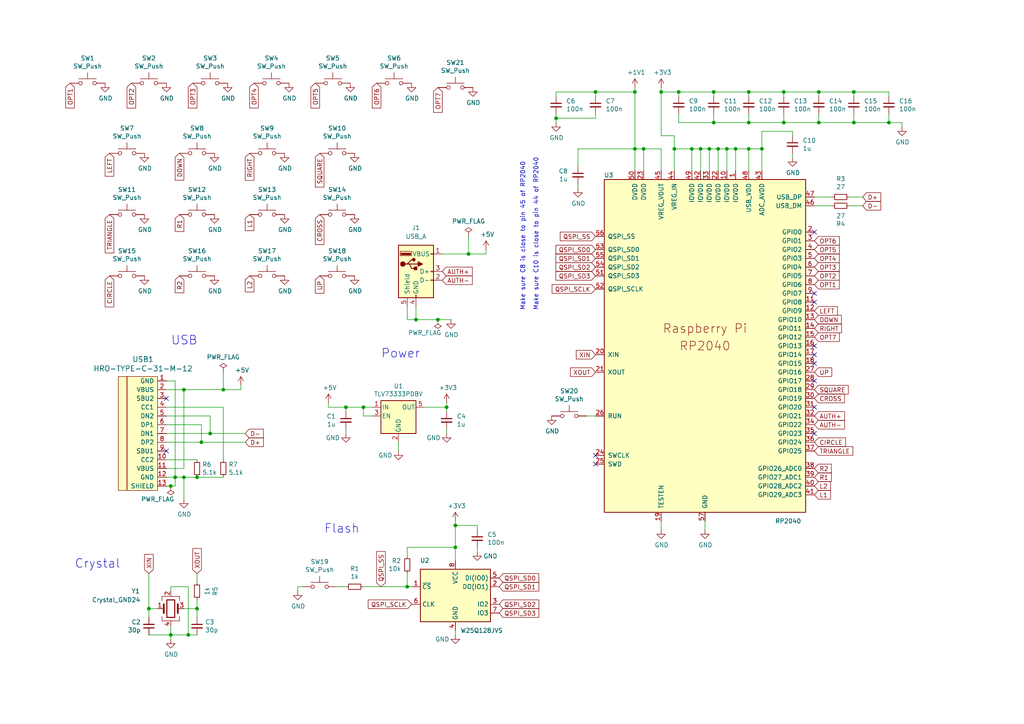
<source format=kicad_sch>
(kicad_sch (version 20231120) (generator "eeschema") (generator_version "8.0")
  (paper "A4")
  (lib_symbols
    (symbol "Connector:USB_A" (pin_names (offset 1.016))
      (property "Reference" "J" (at -5.08 11.43 0))
      (property "Value" "USB_A" (at -5.08 8.89 0))
      (symbol "USB_A_1_1"
        (pin power_in line (at 7.62 5.08 180) (length 2.54) (name "VBUS") (number "1"))
        (pin bidirectional line (at 7.62 -2.54 180) (length 2.54) (name "D-") (number "2"))
        (pin bidirectional line (at 7.62 0 180) (length 2.54) (name "D+") (number "3"))
        (pin power_in line (at 0 -10.16 90) (length 2.54) (name "GND") (number "4"))
        (pin passive line (at -2.54 -10.16 90) (length 2.54) (name "Shield") (number "5"))
      )
    )
    (symbol "Device:C_Small" (pin_numbers hide) (pin_names (offset 0.254) hide)
      (property "Reference" "C" (at 0.254 1.778 0))
      (property "Value" "C_Small" (at 0.254 -2.032 0))
      (symbol "C_Small_1_1"
        (pin passive line (at 0 2.54 270) (length 2.032) (name "~") (number "1"))
        (pin passive line (at 0 -2.54 90) (length 2.032) (name "~") (number "2"))
      )
    )
    (symbol "Device:Crystal_GND24" (pin_names (offset 1.016) hide)
      (property "Reference" "Y" (at 3.175 5.08 0))
      (property "Value" "Crystal_GND24" (at 3.175 3.175 0))
      (symbol "Crystal_GND24_1_1"
        (pin passive line (at -3.81 0 0) (length 1.27) (name "1") (number "1"))
        (pin passive line (at 0 5.08 270) (length 1.27) (name "2") (number "2"))
        (pin passive line (at 3.81 0 180) (length 1.27) (name "3") (number "3"))
        (pin passive line (at 0 -5.08 90) (length 1.27) (name "4") (number "4"))
      )
    )
    (symbol "Device:R_Small" (pin_numbers hide) (pin_names (offset 0.254) hide)
      (property "Reference" "R" (at 0.762 0.508 0))
      (property "Value" "R_Small" (at 0.762 -1.016 0))
      (symbol "R_Small_1_1"
        (pin passive line (at 0 2.54 270) (length 0.762) (name "~") (number "1"))
        (pin passive line (at 0 -2.54 90) (length 0.762) (name "~") (number "2"))
      )
    )
    (symbol "Flatbox-rev4-rescue:+1V1-power" (power) (pin_names (offset 0))
      (property "Value" "power_+1V1" (at 0 3.556 0))
      (symbol "+1V1-power_1_1"
        (pin power_in line (at 0 0 90) (length 0) hide (name "+1V1") (number "1"))
      )
    )
    (symbol "Flatbox-rev4-rescue:+3V3-power" (power) (pin_names (offset 0))
      (property "Value" "power_+3V3" (at 0 3.556 0))
      (symbol "+3V3-power_1_1"
        (pin power_in line (at 0 0 90) (length 0) hide (name "+3V3") (number "1"))
      )
    )
    (symbol "Flatbox-rev4-rescue:+5V-power" (power) (pin_names (offset 0))
      (property "Value" "power_+5V" (at 0 3.556 0))
      (symbol "+5V-power_1_1"
        (pin power_in line (at 0 0 90) (length 0) hide (name "+5V") (number "1"))
      )
    )
    (symbol "Flatbox-rev4-rescue:GND-power" (power) (pin_names (offset 0))
      (property "Value" "power_GND" (at 0 -3.81 0))
      (symbol "GND-power_1_1"
        (pin power_in line (at 0 0 270) (length 0) hide (name "GND") (number "1"))
      )
    )
    (symbol "Flatbox-rev4-rescue:PWR_FLAG-power" (power) (pin_numbers hide) (pin_names (offset 0) hide)
      (property "Value" "power_PWR_FLAG" (at 0 3.81 0))
      (symbol "PWR_FLAG-power_0_0"
        (pin power_out line (at 0 0 90) (length 0) (name "pwr") (number "1"))
      )
    )
    (symbol "Flatbox-rev4-rescue:W25Q128JVS-Memory_Flash"
      (property "Reference" "U" (at -8.89 8.89 0))
      (property "Value" "Memory_Flash_W25Q128JVS" (at 7.62 8.89 0))
      (symbol "W25Q128JVS-Memory_Flash_1_1"
        (pin input line (at -12.7 2.54 0) (length 2.54) (name "~{CS}") (number "1"))
        (pin bidirectional line (at 12.7 2.54 180) (length 2.54) (name "DO(IO1)") (number "2"))
        (pin bidirectional line (at 12.7 -2.54 180) (length 2.54) (name "IO2") (number "3"))
        (pin power_in line (at 0 -10.16 90) (length 2.54) (name "GND") (number "4"))
        (pin bidirectional line (at 12.7 5.08 180) (length 2.54) (name "DI(IO0)") (number "5"))
        (pin input line (at -12.7 -2.54 0) (length 2.54) (name "CLK") (number "6"))
        (pin bidirectional line (at 12.7 -5.08 180) (length 2.54) (name "IO3") (number "7"))
        (pin power_in line (at 0 10.16 270) (length 2.54) (name "VCC") (number "8"))
      )
    )
    (symbol "RP2040:RP2040" (pin_names (offset 1.016))
      (property "Reference" "U" (at -29.21 49.53 0))
      (property "Value" "RP2040" (at 24.13 -49.53 0))
      (symbol "RP2040_0_0"
        (text "Raspberry Pi" (at 0 5.08 0) (effects (font (size 2.54 2.54))))
        (text "RP2040" (at 0 0 0) (effects (font (size 2.54 2.54))))
      )
      (symbol "RP2040_1_1"
        (pin power_in line (at 8.89 50.8 270) (length 2.54) (name "IOVDD") (number "1"))
        (pin power_in line (at 6.35 50.8 270) (length 2.54) (name "IOVDD") (number "10"))
        (pin bidirectional line (at 31.75 12.7 180) (length 2.54) (name "GPIO8") (number "11"))
        (pin bidirectional line (at 31.75 10.16 180) (length 2.54) (name "GPIO9") (number "12"))
        (pin bidirectional line (at 31.75 7.62 180) (length 2.54) (name "GPIO10") (number "13"))
        (pin bidirectional line (at 31.75 5.08 180) (length 2.54) (name "GPIO11") (number "14"))
        (pin bidirectional line (at 31.75 2.54 180) (length 2.54) (name "GPIO12") (number "15"))
        (pin bidirectional line (at 31.75 0 180) (length 2.54) (name "GPIO13") (number "16"))
        (pin bidirectional line (at 31.75 -2.54 180) (length 2.54) (name "GPIO14") (number "17"))
        (pin bidirectional line (at 31.75 -5.08 180) (length 2.54) (name "GPIO15") (number "18"))
        (pin passive line (at -12.7 -50.8 90) (length 2.54) (name "TESTEN") (number "19"))
        (pin bidirectional line (at 31.75 33.02 180) (length 2.54) (name "GPIO0") (number "2"))
        (pin input line (at -31.75 -2.54 0) (length 2.54) (name "XIN") (number "20"))
        (pin passive line (at -31.75 -7.62 0) (length 2.54) (name "XOUT") (number "21"))
        (pin power_in line (at 3.81 50.8 270) (length 2.54) (name "IOVDD") (number "22"))
        (pin power_in line (at -17.78 50.8 270) (length 2.54) (name "DVDD") (number "23"))
        (pin output line (at -31.75 -31.75 0) (length 2.54) (name "SWCLK") (number "24"))
        (pin bidirectional line (at -31.75 -34.29 0) (length 2.54) (name "SWD") (number "25"))
        (pin input line (at -31.75 -20.32 0) (length 2.54) (name "RUN") (number "26"))
        (pin bidirectional line (at 31.75 -7.62 180) (length 2.54) (name "GPIO16") (number "27"))
        (pin bidirectional line (at 31.75 -10.16 180) (length 2.54) (name "GPIO17") (number "28"))
        (pin bidirectional line (at 31.75 -12.7 180) (length 2.54) (name "GPIO18") (number "29"))
        (pin bidirectional line (at 31.75 30.48 180) (length 2.54) (name "GPIO1") (number "3"))
        (pin bidirectional line (at 31.75 -15.24 180) (length 2.54) (name "GPIO19") (number "30"))
        (pin bidirectional line (at 31.75 -17.78 180) (length 2.54) (name "GPIO20") (number "31"))
        (pin bidirectional line (at 31.75 -20.32 180) (length 2.54) (name "GPIO21") (number "32"))
        (pin power_in line (at 1.27 50.8 270) (length 2.54) (name "IOVDD") (number "33"))
        (pin bidirectional line (at 31.75 -22.86 180) (length 2.54) (name "GPIO22") (number "34"))
        (pin bidirectional line (at 31.75 -25.4 180) (length 2.54) (name "GPIO23") (number "35"))
        (pin bidirectional line (at 31.75 -27.94 180) (length 2.54) (name "GPIO24") (number "36"))
        (pin bidirectional line (at 31.75 -30.48 180) (length 2.54) (name "GPIO25") (number "37"))
        (pin bidirectional line (at 31.75 -35.56 180) (length 2.54) (name "GPIO26_ADC0") (number "38"))
        (pin bidirectional line (at 31.75 -38.1 180) (length 2.54) (name "GPIO27_ADC1") (number "39"))
        (pin bidirectional line (at 31.75 27.94 180) (length 2.54) (name "GPIO2") (number "4"))
        (pin bidirectional line (at 31.75 -40.64 180) (length 2.54) (name "GPIO28_ADC2") (number "40"))
        (pin bidirectional line (at 31.75 -43.18 180) (length 2.54) (name "GPIO29_ADC3") (number "41"))
        (pin power_in line (at -1.27 50.8 270) (length 2.54) (name "IOVDD") (number "42"))
        (pin power_in line (at 16.51 50.8 270) (length 2.54) (name "ADC_AVDD") (number "43"))
        (pin power_in line (at -8.89 50.8 270) (length 2.54) (name "VREG_IN") (number "44"))
        (pin power_out line (at -12.7 50.8 270) (length 2.54) (name "VREG_VOUT") (number "45"))
        (pin bidirectional line (at 31.75 40.64 180) (length 2.54) (name "USB_DM") (number "46"))
        (pin bidirectional line (at 31.75 43.18 180) (length 2.54) (name "USB_DP") (number "47"))
        (pin power_in line (at 12.7 50.8 270) (length 2.54) (name "USB_VDD") (number "48"))
        (pin power_in line (at -3.81 50.8 270) (length 2.54) (name "IOVDD") (number "49"))
        (pin bidirectional line (at 31.75 25.4 180) (length 2.54) (name "GPIO3") (number "5"))
        (pin power_in line (at -20.32 50.8 270) (length 2.54) (name "DVDD") (number "50"))
        (pin bidirectional line (at -31.75 20.32 0) (length 2.54) (name "QSPI_SD3") (number "51"))
        (pin output line (at -31.75 16.51 0) (length 2.54) (name "QSPI_SCLK") (number "52"))
        (pin bidirectional line (at -31.75 27.94 0) (length 2.54) (name "QSPI_SD0") (number "53"))
        (pin bidirectional line (at -31.75 22.86 0) (length 2.54) (name "QSPI_SD2") (number "54"))
        (pin bidirectional line (at -31.75 25.4 0) (length 2.54) (name "QSPI_SD1") (number "55"))
        (pin bidirectional line (at -31.75 31.75 0) (length 2.54) (name "QSPI_SS") (number "56"))
        (pin power_in line (at 0 -50.8 90) (length 2.54) (name "GND") (number "57"))
        (pin bidirectional line (at 31.75 22.86 180) (length 2.54) (name "GPIO4") (number "6"))
        (pin bidirectional line (at 31.75 20.32 180) (length 2.54) (name "GPIO5") (number "7"))
        (pin bidirectional line (at 31.75 17.78 180) (length 2.54) (name "GPIO6") (number "8"))
        (pin bidirectional line (at 31.75 15.24 180) (length 2.54) (name "GPIO7") (number "9"))
      )
    )
    (symbol "Regulator_Linear:TLV73333PDBV" (pin_names (offset 0.254))
      (property "Reference" "U" (at -3.81 5.715 0))
      (property "Value" "TLV73333PDBV" (at 0 5.715 0))
      (symbol "TLV73333PDBV_1_1"
        (pin power_in line (at -7.62 2.54 0) (length 2.54) (name "IN") (number "1"))
        (pin power_in line (at 0 -7.62 90) (length 2.54) (name "GND") (number "2"))
        (pin input line (at -7.62 0 0) (length 2.54) (name "EN") (number "3"))
        (pin no_connect line (at 5.08 0 180) (length 2.54) hide (name "NC") (number "4"))
        (pin power_out line (at 7.62 2.54 180) (length 2.54) (name "OUT") (number "5"))
      )
    )
    (symbol "Switch:SW_Push" (pin_numbers hide) (pin_names (offset 1.016) hide)
      (property "Reference" "SW" (at 1.27 2.54 0))
      (property "Value" "SW_Push" (at 0 -1.524 0))
      (symbol "SW_Push_0_1"
        (pin passive line (at -5.08 0 0) (length 2.54) (name "1") (number "1"))
        (pin passive line (at 5.08 0 180) (length 2.54) (name "2") (number "2"))
      )
    )
    (symbol "Type-C:HRO-TYPE-C-31-M-12" (pin_names (offset 1.016))
      (property "Reference" "USB" (at -5.08 16.51 0))
      (property "Value" "HRO-TYPE-C-31-M-12" (at -10.16 -1.27 90))
      (symbol "HRO-TYPE-C-31-M-12_1_1"
        (pin input line (at 2.54 13.97 180) (length 2.54) (name "GND") (number "1"))
        (pin input line (at 2.54 -8.89 180) (length 2.54) (name "CC2") (number "10"))
        (pin input line (at 2.54 -11.43 180) (length 2.54) (name "VBUS") (number "11"))
        (pin input line (at 2.54 -13.97 180) (length 2.54) (name "GND") (number "12"))
        (pin input line (at 2.54 -16.51 180) (length 2.54) (name "SHIELD") (number "13"))
        (pin input line (at 2.54 11.43 180) (length 2.54) (name "VBUS") (number "2"))
        (pin input line (at 2.54 8.89 180) (length 2.54) (name "SBU2") (number "3"))
        (pin input line (at 2.54 6.35 180) (length 2.54) (name "CC1") (number "4"))
        (pin input line (at 2.54 3.81 180) (length 2.54) (name "DN2") (number "5"))
        (pin input line (at 2.54 1.27 180) (length 2.54) (name "DP1") (number "6"))
        (pin input line (at 2.54 -1.27 180) (length 2.54) (name "DN1") (number "7"))
        (pin input line (at 2.54 -3.81 180) (length 2.54) (name "DP2") (number "8"))
        (pin input line (at 2.54 -6.35 180) (length 2.54) (name "SBU1") (number "9"))
      )
    )
  )
  (junction (at 237.49 26.67))
  (junction (at 184.15 43.18))
  (junction (at 54.61 184.15))
  (junction (at 49.53 140.97))
  (junction (at 53.34 113.03))
  (junction (at 227.33 35.56))
  (junction (at 213.36 43.18))
  (junction (at 49.53 184.15))
  (junction (at 118.11 170.18))
  (junction (at 53.34 138.43))
  (junction (at 207.01 26.67))
  (junction (at 105.41 118.11))
  (junction (at 203.2 43.18))
  (junction (at 58.42 128.27))
  (junction (at 120.65 92.71))
  (junction (at 207.01 35.56))
  (junction (at 196.85 26.67))
  (junction (at 127 92.71))
  (junction (at 195.58 43.18))
  (junction (at 57.15 138.43))
  (junction (at 205.74 43.18))
  (junction (at 247.65 26.67))
  (junction (at 186.69 43.18))
  (junction (at 132.08 152.4))
  (junction (at 57.15 176.53))
  (junction (at 172.72 26.67))
  (junction (at 217.17 35.56))
  (junction (at 208.28 43.18))
  (junction (at 200.66 43.18))
  (junction (at 135.89 73.66))
  (junction (at 257.81 35.56))
  (junction (at 100.33 118.11))
  (junction (at 237.49 35.56))
  (junction (at 43.18 176.53))
  (junction (at 64.77 113.03))
  (junction (at 60.96 125.73))
  (junction (at 191.77 26.67))
  (junction (at 220.98 43.18))
  (junction (at 210.82 43.18))
  (junction (at 161.29 34.29))
  (junction (at 217.17 26.67))
  (junction (at 227.33 26.67))
  (junction (at 132.08 158.75))
  (junction (at 217.17 43.18))
  (junction (at 247.65 35.56))
  (junction (at 50.8 138.43))
  (junction (at 129.54 118.11))
  (junction (at 184.15 26.67))
  (no_connect (at 236.22 125.73))
  (no_connect (at 236.22 105.41))
  (no_connect (at 172.72 132.08))
  (no_connect (at 172.72 134.62))
  (no_connect (at 236.22 87.63))
  (no_connect (at 236.22 85.09))
  (no_connect (at 48.26 130.81))
  (no_connect (at 48.26 115.57))
  (no_connect (at 236.22 67.31))
  (no_connect (at 236.22 118.11))
  (no_connect (at 236.22 100.33))
  (no_connect (at 236.22 102.87))
  (no_connect (at 236.22 110.49))
  (wire (pts (xy 105.41 170.18) (xy 118.11 170.18)))
  (wire (pts (xy 71.12 128.27) (xy 58.42 128.27)))
  (wire (pts (xy 60.96 120.65) (xy 60.96 125.73)))
  (wire (pts (xy 53.34 135.89) (xy 48.26 135.89)))
  (wire (pts (xy 86.36 170.18) (xy 86.36 171.45)))
  (wire (pts (xy 191.77 39.37) (xy 191.77 26.67)))
  (wire (pts (xy 236.22 57.15) (xy 241.3 57.15)))
  (wire (pts (xy 50.8 140.97) (xy 49.53 140.97)))
  (wire (pts (xy 261.62 35.56) (xy 261.62 36.83)))
  (wire (pts (xy 237.49 35.56) (xy 247.65 35.56)))
  (wire (pts (xy 167.64 53.34) (xy 167.64 54.61)))
  (wire (pts (xy 229.87 39.37) (xy 229.87 38.1)))
  (wire (pts (xy 132.08 152.4) (xy 138.43 152.4)))
  (wire (pts (xy 129.54 116.84) (xy 129.54 118.11)))
  (wire (pts (xy 64.77 113.03) (xy 69.85 113.03)))
  (wire (pts (xy 184.15 26.67) (xy 184.15 43.18)))
  (wire (pts (xy 53.34 176.53) (xy 57.15 176.53)))
  (wire (pts (xy 53.34 113.03) (xy 64.77 113.03)))
  (wire (pts (xy 48.26 110.49) (xy 50.8 110.49)))
  (wire (pts (xy 257.81 35.56) (xy 261.62 35.56)))
  (wire (pts (xy 43.18 166.37) (xy 43.18 176.53)))
  (wire (pts (xy 196.85 26.67) (xy 207.01 26.67)))
  (wire (pts (xy 186.69 43.18) (xy 191.77 43.18)))
  (wire (pts (xy 100.33 118.11) (xy 105.41 118.11)))
  (wire (pts (xy 229.87 44.45) (xy 229.87 45.72)))
  (wire (pts (xy 45.72 176.53) (xy 43.18 176.53)))
  (wire (pts (xy 191.77 151.13) (xy 191.77 153.67)))
  (wire (pts (xy 207.01 26.67) (xy 217.17 26.67)))
  (wire (pts (xy 54.61 170.18) (xy 54.61 184.15)))
  (wire (pts (xy 54.61 184.15) (xy 49.53 184.15)))
  (wire (pts (xy 246.38 59.69) (xy 250.19 59.69)))
  (wire (pts (xy 69.85 113.03) (xy 69.85 111.76)))
  (wire (pts (xy 220.98 38.1) (xy 220.98 43.18)))
  (wire (pts (xy 172.72 26.67) (xy 184.15 26.67)))
  (wire (pts (xy 53.34 113.03) (xy 53.34 135.89)))
  (wire (pts (xy 196.85 27.94) (xy 196.85 26.67)))
  (wire (pts (xy 64.77 107.95) (xy 64.77 113.03)))
  (wire (pts (xy 227.33 27.94) (xy 227.33 26.67)))
  (wire (pts (xy 207.01 33.02) (xy 207.01 35.56)))
  (wire (pts (xy 237.49 33.02) (xy 237.49 35.56)))
  (wire (pts (xy 200.66 43.18) (xy 203.2 43.18)))
  (wire (pts (xy 48.26 125.73) (xy 60.96 125.73)))
  (wire (pts (xy 210.82 49.53) (xy 210.82 43.18)))
  (wire (pts (xy 213.36 43.18) (xy 217.17 43.18)))
  (wire (pts (xy 95.25 118.11) (xy 100.33 118.11)))
  (wire (pts (xy 217.17 49.53) (xy 217.17 43.18)))
  (wire (pts (xy 118.11 92.71) (xy 118.11 88.9)))
  (wire (pts (xy 43.18 184.15) (xy 49.53 184.15)))
  (wire (pts (xy 208.28 43.18) (xy 210.82 43.18)))
  (wire (pts (xy 48.26 120.65) (xy 60.96 120.65)))
  (wire (pts (xy 64.77 118.11) (xy 64.77 133.35)))
  (wire (pts (xy 48.26 138.43) (xy 50.8 138.43)))
  (wire (pts (xy 123.19 118.11) (xy 129.54 118.11)))
  (wire (pts (xy 107.95 118.11) (xy 105.41 118.11)))
  (wire (pts (xy 184.15 25.4) (xy 184.15 26.67)))
  (wire (pts (xy 217.17 43.18) (xy 220.98 43.18)))
  (wire (pts (xy 118.11 161.29) (xy 118.11 158.75)))
  (wire (pts (xy 217.17 33.02) (xy 217.17 35.56)))
  (wire (pts (xy 161.29 27.94) (xy 161.29 26.67)))
  (wire (pts (xy 167.64 43.18) (xy 184.15 43.18)))
  (wire (pts (xy 49.53 181.61) (xy 49.53 184.15)))
  (wire (pts (xy 48.26 123.19) (xy 58.42 123.19)))
  (wire (pts (xy 161.29 33.02) (xy 161.29 34.29)))
  (wire (pts (xy 140.97 73.66) (xy 140.97 72.39)))
  (wire (pts (xy 257.81 27.94) (xy 257.81 26.67)))
  (wire (pts (xy 217.17 27.94) (xy 217.17 26.67)))
  (wire (pts (xy 138.43 152.4) (xy 138.43 153.67)))
  (wire (pts (xy 135.89 68.58) (xy 135.89 73.66)))
  (wire (pts (xy 132.08 158.75) (xy 132.08 152.4)))
  (wire (pts (xy 135.89 73.66) (xy 140.97 73.66)))
  (wire (pts (xy 95.25 118.11) (xy 95.25 116.84)))
  (wire (pts (xy 57.15 184.15) (xy 54.61 184.15)))
  (wire (pts (xy 247.65 35.56) (xy 257.81 35.56)))
  (wire (pts (xy 100.33 124.46) (xy 100.33 125.73)))
  (wire (pts (xy 195.58 49.53) (xy 195.58 43.18)))
  (wire (pts (xy 257.81 33.02) (xy 257.81 35.56)))
  (wire (pts (xy 184.15 43.18) (xy 186.69 43.18)))
  (wire (pts (xy 107.95 120.65) (xy 105.41 120.65)))
  (wire (pts (xy 49.53 140.97) (xy 48.26 140.97)))
  (wire (pts (xy 191.77 43.18) (xy 191.77 49.53)))
  (wire (pts (xy 120.65 92.71) (xy 118.11 92.71)))
  (wire (pts (xy 129.54 118.11) (xy 129.54 119.38)))
  (wire (pts (xy 118.11 170.18) (xy 119.38 170.18)))
  (wire (pts (xy 48.26 113.03) (xy 53.34 113.03)))
  (wire (pts (xy 86.36 170.18) (xy 87.63 170.18)))
  (wire (pts (xy 191.77 26.67) (xy 196.85 26.67)))
  (wire (pts (xy 43.18 176.53) (xy 43.18 179.07)))
  (wire (pts (xy 120.65 92.71) (xy 120.65 88.9)))
  (wire (pts (xy 205.74 49.53) (xy 205.74 43.18)))
  (wire (pts (xy 71.12 125.73) (xy 60.96 125.73)))
  (wire (pts (xy 57.15 168.91) (xy 57.15 166.37)))
  (wire (pts (xy 57.15 176.53) (xy 57.15 179.07)))
  (wire (pts (xy 203.2 43.18) (xy 205.74 43.18)))
  (wire (pts (xy 208.28 49.53) (xy 208.28 43.18)))
  (wire (pts (xy 247.65 33.02) (xy 247.65 35.56)))
  (wire (pts (xy 195.58 43.18) (xy 200.66 43.18)))
  (wire (pts (xy 50.8 110.49) (xy 50.8 138.43)))
  (wire (pts (xy 204.47 151.13) (xy 204.47 153.67)))
  (wire (pts (xy 50.8 138.43) (xy 53.34 138.43)))
  (wire (pts (xy 167.64 48.26) (xy 167.64 43.18)))
  (wire (pts (xy 207.01 35.56) (xy 217.17 35.56)))
  (wire (pts (xy 210.82 43.18) (xy 213.36 43.18)))
  (wire (pts (xy 227.33 35.56) (xy 237.49 35.56)))
  (wire (pts (xy 118.11 166.37) (xy 118.11 170.18)))
  (wire (pts (xy 236.22 59.69) (xy 241.3 59.69)))
  (wire (pts (xy 49.53 170.18) (xy 54.61 170.18)))
  (wire (pts (xy 50.8 138.43) (xy 50.8 140.97)))
  (wire (pts (xy 132.08 152.4) (xy 132.08 151.13)))
  (wire (pts (xy 49.53 184.15) (xy 49.53 185.42)))
  (wire (pts (xy 129.54 124.46) (xy 129.54 125.73)))
  (wire (pts (xy 200.66 49.53) (xy 200.66 43.18)))
  (wire (pts (xy 195.58 39.37) (xy 191.77 39.37)))
  (wire (pts (xy 128.27 73.66) (xy 135.89 73.66)))
  (wire (pts (xy 127 92.71) (xy 130.81 92.71)))
  (wire (pts (xy 57.15 176.53) (xy 57.15 173.99)))
  (wire (pts (xy 53.34 144.78) (xy 53.34 138.43)))
  (wire (pts (xy 207.01 27.94) (xy 207.01 26.67)))
  (wire (pts (xy 203.2 49.53) (xy 203.2 43.18)))
  (wire (pts (xy 237.49 26.67) (xy 247.65 26.67)))
  (wire (pts (xy 48.26 118.11) (xy 64.77 118.11)))
  (wire (pts (xy 196.85 33.02) (xy 196.85 35.56)))
  (wire (pts (xy 191.77 25.4) (xy 191.77 26.67)))
  (wire (pts (xy 48.26 133.35) (xy 57.15 133.35)))
  (wire (pts (xy 118.11 158.75) (xy 132.08 158.75)))
  (wire (pts (xy 237.49 27.94) (xy 237.49 26.67)))
  (wire (pts (xy 205.74 43.18) (xy 208.28 43.18)))
  (wire (pts (xy 186.69 43.18) (xy 186.69 49.53)))
  (wire (pts (xy 227.33 33.02) (xy 227.33 35.56)))
  (wire (pts (xy 49.53 171.45) (xy 49.53 170.18)))
  (wire (pts (xy 132.08 182.88) (xy 132.08 184.15)))
  (wire (pts (xy 195.58 43.18) (xy 195.58 39.37)))
  (wire (pts (xy 48.26 128.27) (xy 58.42 128.27)))
  (wire (pts (xy 213.36 49.53) (xy 213.36 43.18)))
  (wire (pts (xy 115.57 128.27) (xy 115.57 130.81)))
  (wire (pts (xy 97.79 170.18) (xy 100.33 170.18)))
  (wire (pts (xy 138.43 158.75) (xy 138.43 160.02)))
  (wire (pts (xy 53.34 138.43) (xy 57.15 138.43)))
  (wire (pts (xy 172.72 27.94) (xy 172.72 26.67)))
  (wire (pts (xy 217.17 26.67) (xy 227.33 26.67)))
  (wire (pts (xy 220.98 38.1) (xy 229.87 38.1)))
  (wire (pts (xy 170.18 120.65) (xy 172.72 120.65)))
  (wire (pts (xy 207.01 35.56) (xy 196.85 35.56)))
  (wire (pts (xy 172.72 34.29) (xy 172.72 33.02)))
  (wire (pts (xy 161.29 34.29) (xy 161.29 35.56)))
  (wire (pts (xy 161.29 26.67) (xy 172.72 26.67)))
  (wire (pts (xy 227.33 26.67) (xy 237.49 26.67)))
  (wire (pts (xy 132.08 158.75) (xy 132.08 162.56)))
  (wire (pts (xy 58.42 123.19) (xy 58.42 128.27)))
  (wire (pts (xy 217.17 35.56) (xy 227.33 35.56)))
  (wire (pts (xy 184.15 43.18) (xy 184.15 49.53)))
  (wire (pts (xy 64.77 138.43) (xy 57.15 138.43)))
  (wire (pts (xy 246.38 57.15) (xy 250.19 57.15)))
  (wire (pts (xy 120.65 92.71) (xy 127 92.71)))
  (wire (pts (xy 161.29 34.29) (xy 172.72 34.29)))
  (wire (pts (xy 247.65 27.94) (xy 247.65 26.67)))
  (wire (pts (xy 220.98 43.18) (xy 220.98 49.53)))
  (wire (pts (xy 247.65 26.67) (xy 257.81 26.67)))
  (wire (pts (xy 100.33 119.38) (xy 100.33 118.11)))
  (wire (pts (xy 105.41 120.65) (xy 105.41 118.11)))
  (text "Make sure C10 is close to pin 44 of RP2040" (at 156.21 90.17 90) (effects (font (size 1.27 1.27)) (justify left bottom)))
  (text "Power" (at 110.49 104.14 0) (effects (font (size 2.54 2.54)) (justify left bottom)))
  (text "Crystal" (at 21.59 165.1 0) (effects (font (size 2.54 2.54)) (justify left bottom)))
  (text "Make sure C8 is close to pin 45 of RP2040" (at 152.4 90.17 90) (effects (font (size 1.27 1.27)) (justify left bottom)))
  (text "Flash" (at 93.98 154.94 0) (effects (font (size 2.54 2.54)) (justify left bottom)))
  (text "USB" (at 49.53 100.33 0) (effects (font (size 2.54 2.54)) (justify left bottom)))
  (global_label "QSPI_SD0" (shape input) (at 172.72 72.39 180) (property "Intersheetrefs" "${INTERSHEET_REFS}" (effects (hide yes))))
  (global_label "DOWN" (shape input) (at 236.22 92.71 0) (property "Intersheetrefs" "${INTERSHEET_REFS}" (effects (hide yes))))
  (global_label "CIRCLE" (shape input) (at 236.22 128.27 0) (property "Intersheetrefs" "${INTERSHEET_REFS}" (effects (hide yes))))
  (global_label "OPT7" (shape input) (at 236.22 97.79 0) (property "Intersheetrefs" "${INTERSHEET_REFS}" (effects (hide yes))))
  (global_label "XIN" (shape input) (at 43.18 166.37 90) (property "Intersheetrefs" "${INTERSHEET_REFS}" (effects (hide yes))))
  (global_label "OPT7" (shape input) (at 127 25.4 270) (property "Intersheetrefs" "${INTERSHEET_REFS}" (effects (hide yes))))
  (global_label "AUTH-" (shape input) (at 236.22 123.19 0) (property "Intersheetrefs" "${INTERSHEET_REFS}" (effects (hide yes))))
  (global_label "UP" (shape input) (at 236.22 107.95 0) (property "Intersheetrefs" "${INTERSHEET_REFS}" (effects (hide yes))))
  (global_label "D+" (shape input) (at 250.19 57.15 0) (property "Intersheetrefs" "${INTERSHEET_REFS}" (effects (hide yes))))
  (global_label "D-" (shape input) (at 71.12 125.73 0) (property "Intersheetrefs" "${INTERSHEET_REFS}" (effects (hide yes))))
  (global_label "QSPI_SD3" (shape input) (at 172.72 80.01 180) (property "Intersheetrefs" "${INTERSHEET_REFS}" (effects (hide yes))))
  (global_label "LEFT" (shape input) (at 236.22 90.17 0) (property "Intersheetrefs" "${INTERSHEET_REFS}" (effects (hide yes))))
  (global_label "QSPI_SD1" (shape input) (at 144.78 170.18 0) (property "Intersheetrefs" "${INTERSHEET_REFS}" (effects (hide yes))))
  (global_label "OPT5" (shape input) (at 91.44 24.13 270) (property "Intersheetrefs" "${INTERSHEET_REFS}" (effects (hide yes))))
  (global_label "OPT1" (shape input) (at 236.22 82.55 0) (property "Intersheetrefs" "${INTERSHEET_REFS}" (effects (hide yes))))
  (global_label "QSPI_SS" (shape input) (at 110.49 170.18 90) (property "Intersheetrefs" "${INTERSHEET_REFS}" (effects (hide yes))))
  (global_label "AUTH+" (shape input) (at 128.27 78.74 0) (property "Intersheetrefs" "${INTERSHEET_REFS}" (effects (hide yes))))
  (global_label "R2" (shape input) (at 52.07 80.01 270) (property "Intersheetrefs" "${INTERSHEET_REFS}" (effects (hide yes))))
  (global_label "OPT2" (shape input) (at 38.1 24.13 270) (property "Intersheetrefs" "${INTERSHEET_REFS}" (effects (hide yes))))
  (global_label "L2" (shape input) (at 72.39 80.01 270) (property "Intersheetrefs" "${INTERSHEET_REFS}" (effects (hide yes))))
  (global_label "XOUT" (shape input) (at 57.15 166.37 90) (property "Intersheetrefs" "${INTERSHEET_REFS}" (effects (hide yes))))
  (global_label "OPT1" (shape input) (at 20.32 24.13 270) (property "Intersheetrefs" "${INTERSHEET_REFS}" (effects (hide yes))))
  (global_label "L1" (shape input) (at 72.39 62.23 270) (property "Intersheetrefs" "${INTERSHEET_REFS}" (effects (hide yes))))
  (global_label "OPT3" (shape input) (at 236.22 77.47 0) (property "Intersheetrefs" "${INTERSHEET_REFS}" (effects (hide yes))))
  (global_label "AUTH-" (shape input) (at 128.27 81.28 0) (property "Intersheetrefs" "${INTERSHEET_REFS}" (effects (hide yes))))
  (global_label "SQUARE" (shape input) (at 92.71 44.45 270) (property "Intersheetrefs" "${INTERSHEET_REFS}" (effects (hide yes))))
  (global_label "DOWN" (shape input) (at 52.07 44.45 270) (property "Intersheetrefs" "${INTERSHEET_REFS}" (effects (hide yes))))
  (global_label "XOUT" (shape input) (at 172.72 107.95 180) (property "Intersheetrefs" "${INTERSHEET_REFS}" (effects (hide yes))))
  (global_label "UP" (shape input) (at 92.71 80.01 270) (property "Intersheetrefs" "${INTERSHEET_REFS}" (effects (hide yes))))
  (global_label "D-" (shape input) (at 250.19 59.69 0) (property "Intersheetrefs" "${INTERSHEET_REFS}" (effects (hide yes))))
  (global_label "LEFT" (shape input) (at 31.75 44.45 270) (property "Intersheetrefs" "${INTERSHEET_REFS}" (effects (hide yes))))
  (global_label "QSPI_SD1" (shape input) (at 172.72 74.93 180) (property "Intersheetrefs" "${INTERSHEET_REFS}" (effects (hide yes))))
  (global_label "QSPI_SD3" (shape input) (at 144.78 177.8 0) (property "Intersheetrefs" "${INTERSHEET_REFS}" (effects (hide yes))))
  (global_label "AUTH+" (shape input) (at 236.22 120.65 0) (property "Intersheetrefs" "${INTERSHEET_REFS}" (effects (hide yes))))
  (global_label "QSPI_SS" (shape input) (at 172.72 68.58 180) (property "Intersheetrefs" "${INTERSHEET_REFS}" (effects (hide yes))))
  (global_label "OPT5" (shape input) (at 236.22 72.39 0) (property "Intersheetrefs" "${INTERSHEET_REFS}" (effects (hide yes))))
  (global_label "XIN" (shape input) (at 172.72 102.87 180) (property "Intersheetrefs" "${INTERSHEET_REFS}" (effects (hide yes))))
  (global_label "CROSS" (shape input) (at 92.71 62.23 270) (property "Intersheetrefs" "${INTERSHEET_REFS}" (effects (hide yes))))
  (global_label "CROSS" (shape input) (at 236.22 115.57 0) (property "Intersheetrefs" "${INTERSHEET_REFS}" (effects (hide yes))))
  (global_label "R2" (shape input) (at 236.22 135.89 0) (property "Intersheetrefs" "${INTERSHEET_REFS}" (effects (hide yes))))
  (global_label "TRIANGLE" (shape input) (at 236.22 130.81 0) (property "Intersheetrefs" "${INTERSHEET_REFS}" (effects (hide yes))))
  (global_label "QSPI_SD2" (shape input) (at 172.72 77.47 180) (property "Intersheetrefs" "${INTERSHEET_REFS}" (effects (hide yes))))
  (global_label "D+" (shape input) (at 71.12 128.27 0) (property "Intersheetrefs" "${INTERSHEET_REFS}" (effects (hide yes))))
  (global_label "RIGHT" (shape input) (at 72.39 44.45 270) (property "Intersheetrefs" "${INTERSHEET_REFS}" (effects (hide yes))))
  (global_label "QSPI_SCLK" (shape input) (at 172.72 83.82 180) (property "Intersheetrefs" "${INTERSHEET_REFS}" (effects (hide yes))))
  (global_label "R1" (shape input) (at 236.22 138.43 0) (property "Intersheetrefs" "${INTERSHEET_REFS}" (effects (hide yes))))
  (global_label "L1" (shape input) (at 236.22 143.51 0) (property "Intersheetrefs" "${INTERSHEET_REFS}" (effects (hide yes))))
  (global_label "OPT6" (shape input) (at 236.22 69.85 0) (property "Intersheetrefs" "${INTERSHEET_REFS}" (effects (hide yes))))
  (global_label "RIGHT" (shape input) (at 236.22 95.25 0) (property "Intersheetrefs" "${INTERSHEET_REFS}" (effects (hide yes))))
  (global_label "TRIANGLE" (shape input) (at 31.75 62.23 270) (property "Intersheetrefs" "${INTERSHEET_REFS}" (effects (hide yes))))
  (global_label "OPT6" (shape input) (at 109.22 24.13 270) (property "Intersheetrefs" "${INTERSHEET_REFS}" (effects (hide yes))))
  (global_label "QSPI_SD0" (shape input) (at 144.78 167.64 0) (property "Intersheetrefs" "${INTERSHEET_REFS}" (effects (hide yes))))
  (global_label "OPT3" (shape input) (at 55.88 24.13 270) (property "Intersheetrefs" "${INTERSHEET_REFS}" (effects (hide yes))))
  (global_label "OPT4" (shape input) (at 236.22 74.93 0) (property "Intersheetrefs" "${INTERSHEET_REFS}" (effects (hide yes))))
  (global_label "QSPI_SCLK" (shape input) (at 119.38 175.26 180) (property "Intersheetrefs" "${INTERSHEET_REFS}" (effects (hide yes))))
  (global_label "QSPI_SD2" (shape input) (at 144.78 175.26 0) (property "Intersheetrefs" "${INTERSHEET_REFS}" (effects (hide yes))))
  (global_label "SQUARE" (shape input) (at 236.22 113.03 0) (property "Intersheetrefs" "${INTERSHEET_REFS}" (effects (hide yes))))
  (global_label "CIRCLE" (shape input) (at 31.75 80.01 270) (property "Intersheetrefs" "${INTERSHEET_REFS}" (effects (hide yes))))
  (global_label "OPT4" (shape input) (at 73.66 24.13 270) (property "Intersheetrefs" "${INTERSHEET_REFS}" (effects (hide yes))))
  (global_label "R1" (shape input) (at 52.07 62.23 270) (property "Intersheetrefs" "${INTERSHEET_REFS}" (effects (hide yes))))
  (global_label "OPT2" (shape input) (at 236.22 80.01 0) (property "Intersheetrefs" "${INTERSHEET_REFS}" (effects (hide yes))))
  (global_label "L2" (shape input) (at 236.22 140.97 0) (property "Intersheetrefs" "${INTERSHEET_REFS}" (effects (hide yes))))
  (symbol (lib_id "RP2040:RP2040") (at 204.47 100.33 0) (unit 1)
    (property "Reference" "U3" (at 176.53 50.8 0))
    (property "Value" "RP2040" (at 228.6 151.13 0))
    (property "Footprint" "RP2040:RP2040-QFN-56" (effects (hide yes)))
    (property "LCSC" "C2040" (effects (hide yes)))
  )
  (symbol (lib_id "Flatbox-rev4-rescue:W25Q128JVS-Memory_Flash") (at 132.08 172.72 0) (unit 1)
    (property "Reference" "U2" (at 123.19 162.56 0))
    (property "Value" "W25Q128JVS" (at 139.7 182.88 0))
    (property "Footprint" "Package_SO:SOIC-8_5.23x5.23mm_P1.27mm" (effects (hide yes)))
    (property "Datasheet" "http://www.winbond.com/resource-files/w25q128jv_dtr%20revc%2003272018%20plus.pdf" (effects (hide yes)))
    (property "LCSC" "C97521" (effects (hide yes)))
  )
  (symbol (lib_id "Flatbox-rev4-rescue:+3V3-power") (at 132.08 151.13 0) (unit 1)
    (property "Reference" "#PWR0113" (effects (hide yes)))
    (property "Value" "+3V3" (at 132.461 146.7358 0))
  )
  (symbol (lib_id "Flatbox-rev4-rescue:GND-power") (at 132.08 184.15 0) (unit 1)
    (property "Reference" "#PWR0112" (effects (hide yes)))
    (property "Value" "GND" (at 128.27 185.42 0))
  )
  (symbol (lib_id "Device:R_Small") (at 118.11 163.83 0) (mirror y) (unit 1)
    (property "Reference" "R2" (at 116.332 162.6616 0) (effects (justify left)))
    (property "Value" "10k" (at 116.332 164.973 0) (effects (justify left)))
    (property "Footprint" "Resistor_SMD:R_0402_1005Metric" (effects (hide yes)))
    (property "LCSC" "C25744" (effects (hide yes)))
  )
  (symbol (lib_id "Device:R_Small") (at 102.87 170.18 270) (unit 1)
    (property "Reference" "R1" (at 102.87 164.9222 90))
    (property "Value" "1k" (at 102.87 167.2336 90))
    (property "Footprint" "Resistor_SMD:R_0402_1005Metric" (effects (hide yes)))
    (property "LCSC" "C11702" (effects (hide yes)))
  )
  (symbol (lib_id "Device:C_Small") (at 138.43 156.21 0) (unit 1)
    (property "Reference" "C5" (at 141.351 155.0416 0) (effects (justify left)))
    (property "Value" "100n" (at 141.351 157.353 0) (effects (justify left)))
    (property "Footprint" "Capacitor_SMD:C_0402_1005Metric" (effects (hide yes)))
    (property "LCSC" "C1525" (effects (hide yes)))
  )
  (symbol (lib_id "Flatbox-rev4-rescue:GND-power") (at 138.43 160.02 0) (unit 1)
    (property "Reference" "#PWR0111" (effects (hide yes)))
    (property "Value" "GND" (at 142.24 161.29 0))
  )
  (symbol (lib_id "Flatbox-rev4-rescue:GND-power") (at 204.47 153.67 0) (unit 1)
    (property "Reference" "#PWR0102" (effects (hide yes)))
    (property "Value" "GND" (at 204.597 158.0642 0))
  )
  (symbol (lib_id "Flatbox-rev4-rescue:GND-power") (at 191.77 153.67 0) (unit 1)
    (property "Reference" "#PWR0103" (effects (hide yes)))
    (property "Value" "GND" (at 191.897 158.0642 0))
  )
  (symbol (lib_id "Device:R_Small") (at 243.84 57.15 270) (unit 1)
    (property "Reference" "R3" (at 243.84 51.8922 90))
    (property "Value" "27" (at 243.84 54.2036 90))
    (property "Footprint" "Resistor_SMD:R_0402_1005Metric" (effects (hide yes)))
    (property "LCSC" "C138021" (effects (hide yes)))
  )
  (symbol (lib_id "Device:R_Small") (at 243.84 59.69 270) (mirror x) (unit 1)
    (property "Reference" "R4" (at 243.84 64.9478 90))
    (property "Value" "27" (at 243.84 62.6364 90))
    (property "Footprint" "Resistor_SMD:R_0402_1005Metric" (effects (hide yes)))
    (property "LCSC" "C138021" (effects (hide yes)))
  )
  (symbol (lib_id "Flatbox-rev4-rescue:+3V3-power") (at 191.77 25.4 0) (unit 1)
    (property "Reference" "#PWR0105" (effects (hide yes)))
    (property "Value" "+3V3" (at 192.151 21.0058 0))
  )
  (symbol (lib_id "Flatbox-rev4-rescue:+1V1-power") (at 184.15 25.4 0) (unit 1)
    (property "Reference" "#PWR0106" (effects (hide yes)))
    (property "Value" "+1V1" (at 184.531 21.0058 0))
  )
  (symbol (lib_id "Device:C_Small") (at 196.85 30.48 0) (unit 1)
    (property "Reference" "C9" (at 199.771 29.3116 0) (effects (justify left)))
    (property "Value" "100n" (at 199.771 31.623 0) (effects (justify left)))
    (property "Footprint" "Capacitor_SMD:C_0402_1005Metric" (effects (hide yes)))
    (property "LCSC" "C1525" (effects (hide yes)))
  )
  (symbol (lib_id "Device:C_Small") (at 207.01 30.48 0) (unit 1)
    (property "Reference" "C11" (at 209.931 29.3116 0) (effects (justify left)))
    (property "Value" "100n" (at 209.931 31.623 0) (effects (justify left)))
    (property "Footprint" "Capacitor_SMD:C_0402_1005Metric" (effects (hide yes)))
    (property "LCSC" "C1525" (effects (hide yes)))
  )
  (symbol (lib_id "Device:C_Small") (at 217.17 30.48 0) (unit 1)
    (property "Reference" "C12" (at 220.091 29.3116 0) (effects (justify left)))
    (property "Value" "100n" (at 220.091 31.623 0) (effects (justify left)))
    (property "Footprint" "Capacitor_SMD:C_0402_1005Metric" (effects (hide yes)))
    (property "LCSC" "C1525" (effects (hide yes)))
  )
  (symbol (lib_id "Device:C_Small") (at 227.33 30.48 0) (unit 1)
    (property "Reference" "C13" (at 230.251 29.3116 0) (effects (justify left)))
    (property "Value" "100n" (at 230.251 31.623 0) (effects (justify left)))
    (property "Footprint" "Capacitor_SMD:C_0402_1005Metric" (effects (hide yes)))
    (property "LCSC" "C1525" (effects (hide yes)))
  )
  (symbol (lib_id "Device:C_Small") (at 237.49 30.48 0) (unit 1)
    (property "Reference" "C14" (at 240.411 29.3116 0) (effects (justify left)))
    (property "Value" "100n" (at 240.411 31.623 0) (effects (justify left)))
    (property "Footprint" "Capacitor_SMD:C_0402_1005Metric" (effects (hide yes)))
    (property "LCSC" "C1525" (effects (hide yes)))
  )
  (symbol (lib_id "Device:C_Small") (at 247.65 30.48 0) (unit 1)
    (property "Reference" "C15" (at 250.571 29.3116 0) (effects (justify left)))
    (property "Value" "100n" (at 250.571 31.623 0) (effects (justify left)))
    (property "Footprint" "Capacitor_SMD:C_0402_1005Metric" (effects (hide yes)))
    (property "LCSC" "C1525" (effects (hide yes)))
  )
  (symbol (lib_id "Device:C_Small") (at 257.81 30.48 0) (unit 1)
    (property "Reference" "C16" (at 260.731 29.3116 0) (effects (justify left)))
    (property "Value" "100n" (at 260.731 31.623 0) (effects (justify left)))
    (property "Footprint" "Capacitor_SMD:C_0402_1005Metric" (effects (hide yes)))
    (property "LCSC" "C1525" (effects (hide yes)))
  )
  (symbol (lib_id "Device:C_Small") (at 161.29 30.48 0) (unit 1)
    (property "Reference" "C6" (at 164.211 29.3116 0) (effects (justify left)))
    (property "Value" "100n" (at 164.211 31.623 0) (effects (justify left)))
    (property "Footprint" "Capacitor_SMD:C_0402_1005Metric" (effects (hide yes)))
    (property "LCSC" "C1525" (effects (hide yes)))
  )
  (symbol (lib_id "Device:C_Small") (at 172.72 30.48 0) (unit 1)
    (property "Reference" "C7" (at 175.641 29.3116 0) (effects (justify left)))
    (property "Value" "100n" (at 175.641 31.623 0) (effects (justify left)))
    (property "Footprint" "Capacitor_SMD:C_0402_1005Metric" (effects (hide yes)))
    (property "LCSC" "C1525" (effects (hide yes)))
  )
  (symbol (lib_id "Device:C_Small") (at 167.64 50.8 0) (mirror y) (unit 1)
    (property "Reference" "C8" (at 164.719 49.6316 0) (effects (justify left)))
    (property "Value" "1u" (at 164.719 51.943 0) (effects (justify left)))
    (property "Footprint" "Capacitor_SMD:C_0402_1005Metric" (effects (hide yes)))
    (property "LCSC" "C52923" (effects (hide yes)))
  )
  (symbol (lib_id "Device:C_Small") (at 229.87 41.91 0) (unit 1)
    (property "Reference" "C10" (at 232.791 40.7416 0) (effects (justify left)))
    (property "Value" "1u" (at 232.791 43.053 0) (effects (justify left)))
    (property "Footprint" "Capacitor_SMD:C_0402_1005Metric" (effects (hide yes)))
    (property "LCSC" "C52923" (effects (hide yes)))
  )
  (symbol (lib_id "Flatbox-rev4-rescue:GND-power") (at 261.62 36.83 0) (unit 1)
    (property "Reference" "#PWR0107" (effects (hide yes)))
    (property "Value" "GND" (at 261.747 41.2242 0))
  )
  (symbol (lib_id "Flatbox-rev4-rescue:GND-power") (at 161.29 35.56 0) (unit 1)
    (property "Reference" "#PWR0108" (effects (hide yes)))
    (property "Value" "GND" (at 161.417 39.9542 0))
  )
  (symbol (lib_id "Flatbox-rev4-rescue:GND-power") (at 167.64 54.61 0) (unit 1)
    (property "Reference" "#PWR0109" (effects (hide yes)))
    (property "Value" "GND" (at 167.767 59.0042 0))
  )
  (symbol (lib_id "Flatbox-rev4-rescue:GND-power") (at 229.87 45.72 0) (unit 1)
    (property "Reference" "#PWR0110" (effects (hide yes)))
    (property "Value" "GND" (at 229.997 50.1142 0))
  )
  (symbol (lib_id "Flatbox-rev4-rescue:GND-power") (at 115.57 130.81 0) (unit 1)
    (property "Reference" "#PWR0114" (effects (hide yes)))
    (property "Value" "GND" (at 111.76 132.08 0))
  )
  (symbol (lib_id "Flatbox-rev4-rescue:+3V3-power") (at 129.54 116.84 0) (unit 1)
    (property "Reference" "#PWR0115" (effects (hide yes)))
    (property "Value" "+3V3" (at 129.921 112.4458 0))
  )
  (symbol (lib_id "Device:C_Small") (at 100.33 121.92 0) (mirror y) (unit 1)
    (property "Reference" "C1" (at 97.409 120.7516 0) (effects (justify left)))
    (property "Value" "1u" (at 97.409 123.063 0) (effects (justify left)))
    (property "Footprint" "Capacitor_SMD:C_0402_1005Metric" (effects (hide yes)))
    (property "LCSC" "C52923" (effects (hide yes)))
  )
  (symbol (lib_id "Device:C_Small") (at 129.54 121.92 0) (unit 1)
    (property "Reference" "C4" (at 132.461 120.7516 0) (effects (justify left)))
    (property "Value" "1u" (at 132.461 123.063 0) (effects (justify left)))
    (property "Footprint" "Capacitor_SMD:C_0402_1005Metric" (effects (hide yes)))
    (property "LCSC" "C52923" (effects (hide yes)))
  )
  (symbol (lib_id "Flatbox-rev4-rescue:GND-power") (at 100.33 125.73 0) (unit 1)
    (property "Reference" "#PWR0117" (effects (hide yes)))
    (property "Value" "GND" (at 96.52 127 0))
  )
  (symbol (lib_id "Flatbox-rev4-rescue:GND-power") (at 129.54 125.73 0) (unit 1)
    (property "Reference" "#PWR0118" (effects (hide yes)))
    (property "Value" "GND" (at 125.73 127 0))
  )
  (symbol (lib_id "Device:R_Small") (at 57.15 171.45 180) (unit 1)
    (property "Reference" "R5" (at 62.4078 171.45 90))
    (property "Value" "1k" (at 60.0964 171.45 90))
    (property "Footprint" "Resistor_SMD:R_0402_1005Metric" (effects (hide yes)))
    (property "LCSC" "C11702" (effects (hide yes)))
  )
  (symbol (lib_id "Flatbox-rev4-rescue:GND-power") (at 86.36 171.45 0) (unit 1)
    (property "Reference" "#PWR0119" (effects (hide yes)))
    (property "Value" "GND" (at 86.487 175.8442 0))
  )
  (symbol (lib_id "Switch:SW_Push") (at 25.4 24.13 0) (unit 1)
    (property "Reference" "SW1" (at 25.4 16.891 0))
    (property "Value" "SW_Push" (at 25.4 19.2024 0))
    (property "Footprint" "Button_Switch_SMD:SW_SPST_Omron_B3FS-100xP" (effects (hide yes)))
    (property "LCSC" "C271750" (effects (hide yes)))
  )
  (symbol (lib_id "Switch:SW_Push") (at 43.18 24.13 0) (unit 1)
    (property "Reference" "SW2" (at 43.18 16.891 0))
    (property "Value" "SW_Push" (at 43.18 19.2024 0))
    (property "Footprint" "Button_Switch_SMD:SW_SPST_Omron_B3FS-100xP" (effects (hide yes)))
    (property "LCSC" "C271750" (effects (hide yes)))
  )
  (symbol (lib_id "Switch:SW_Push") (at 60.96 24.13 0) (unit 1)
    (property "Reference" "SW3" (at 60.96 16.891 0))
    (property "Value" "SW_Push" (at 60.96 19.2024 0))
    (property "Footprint" "Button_Switch_SMD:SW_SPST_Omron_B3FS-100xP" (effects (hide yes)))
    (property "LCSC" "C271750" (effects (hide yes)))
  )
  (symbol (lib_id "Switch:SW_Push") (at 78.74 24.13 0) (unit 1)
    (property "Reference" "SW4" (at 78.74 16.891 0))
    (property "Value" "SW_Push" (at 78.74 19.2024 0))
    (property "Footprint" "Button_Switch_SMD:SW_SPST_Omron_B3FS-100xP" (effects (hide yes)))
    (property "LCSC" "C271750" (effects (hide yes)))
  )
  (symbol (lib_id "Switch:SW_Push") (at 96.52 24.13 0) (unit 1)
    (property "Reference" "SW5" (at 96.52 16.891 0))
    (property "Value" "SW_Push" (at 96.52 19.2024 0))
    (property "Footprint" "PCM_Switch_Keyboard_Hotswap_Kailh:SW_Hotswap_Kailh_MX" (effects (hide yes)))
    (property "LCSC" "C2803348" (effects (hide yes)))
  )
  (symbol (lib_id "Switch:SW_Push") (at 114.3 24.13 0) (unit 1)
    (property "Reference" "SW6" (at 114.3 16.891 0))
    (property "Value" "SW_Push" (at 114.3 19.2024 0))
    (property "Footprint" "PCM_Switch_Keyboard_Hotswap_Kailh:SW_Hotswap_Kailh_MX" (effects (hide yes)))
    (property "LCSC" "C2803348" (effects (hide yes)))
  )
  (symbol (lib_id "Flatbox-rev4-rescue:GND-power") (at 30.48 24.13 0) (unit 1)
    (property "Reference" "#PWR01" (effects (hide yes)))
    (property "Value" "GND" (at 30.607 28.5242 0))
  )
  (symbol (lib_id "Flatbox-rev4-rescue:GND-power") (at 48.26 24.13 0) (unit 1)
    (property "Reference" "#PWR02" (effects (hide yes)))
    (property "Value" "GND" (at 48.387 28.5242 0))
  )
  (symbol (lib_id "Flatbox-rev4-rescue:GND-power") (at 66.04 24.13 0) (unit 1)
    (property "Reference" "#PWR03" (effects (hide yes)))
    (property "Value" "GND" (at 66.167 28.5242 0))
  )
  (symbol (lib_id "Flatbox-rev4-rescue:GND-power") (at 83.82 24.13 0) (unit 1)
    (property "Reference" "#PWR04" (effects (hide yes)))
    (property "Value" "GND" (at 83.947 28.5242 0))
  )
  (symbol (lib_id "Flatbox-rev4-rescue:GND-power") (at 101.6 24.13 0) (unit 1)
    (property "Reference" "#PWR05" (effects (hide yes)))
    (property "Value" "GND" (at 101.727 28.5242 0))
  )
  (symbol (lib_id "Flatbox-rev4-rescue:GND-power") (at 119.38 24.13 0) (unit 1)
    (property "Reference" "#PWR06" (effects (hide yes)))
    (property "Value" "GND" (at 119.507 28.5242 0))
  )
  (symbol (lib_id "Type-C:HRO-TYPE-C-31-M-12") (at 45.72 124.46 0) (unit 1)
    (property "Reference" "USB1" (at 41.4782 104.2162 0) (effects (font (size 1.524 1.524))))
    (property "Value" "HRO-TYPE-C-31-M-12" (at 41.4782 106.9086 0) (effects (font (size 1.524 1.524))))
    (property "Footprint" "Type-C:HRO-TYPE-C-31-M-12-Assembly" (effects (hide yes)))
    (property "LCSC" "C165948" (effects (hide yes)))
  )
  (symbol (lib_id "Flatbox-rev4-rescue:+5V-power") (at 69.85 111.76 0) (unit 1)
    (property "Reference" "#PWR022" (effects (hide yes)))
    (property "Value" "+5V" (at 70.231 107.3658 0))
  )
  (symbol (lib_id "Device:R_Small") (at 57.15 135.89 0) (unit 1)
    (property "Reference" "R6" (at 58.6486 134.7216 0) (effects (justify left)))
    (property "Value" "5.1k" (at 58.6486 137.033 0) (effects (justify left)))
    (property "Footprint" "Resistor_SMD:R_0402_1005Metric" (effects (hide yes)))
    (property "LCSC" "C25905" (effects (hide yes)))
  )
  (symbol (lib_id "Device:R_Small") (at 64.77 135.89 0) (unit 1)
    (property "Reference" "R7" (at 66.2686 134.7216 0) (effects (justify left)))
    (property "Value" "5.1k" (at 66.2686 137.033 0) (effects (justify left)))
    (property "Footprint" "Resistor_SMD:R_0402_1005Metric" (effects (hide yes)))
    (property "LCSC" "C25905" (effects (hide yes)))
  )
  (symbol (lib_id "Flatbox-rev4-rescue:GND-power") (at 53.34 144.78 0) (unit 1)
    (property "Reference" "#PWR023" (effects (hide yes)))
    (property "Value" "GND" (at 53.467 149.1742 0))
  )
  (symbol (lib_id "Switch:SW_Push") (at 36.83 44.45 0) (unit 1)
    (property "Reference" "SW7" (at 36.83 37.211 0))
    (property "Value" "SW_Push" (at 36.83 39.5224 0))
    (property "Footprint" "PCM_Switch_Keyboard_Hotswap_Kailh:SW_Hotswap_Kailh_MX" (effects (hide yes)))
    (property "LCSC" "C2803348" (effects (hide yes)))
  )
  (symbol (lib_id "Switch:SW_Push") (at 97.79 80.01 0) (unit 1)
    (property "Reference" "SW18" (at 97.79 72.771 0))
    (property "Value" "SW_Push" (at 97.79 75.0824 0))
    (property "Footprint" "PCM_Switch_Keyboard_Hotswap_Kailh:SW_Hotswap_Kailh_MX" (effects (hide yes)))
    (property "LCSC" "C2803348" (effects (hide yes)))
  )
  (symbol (lib_id "Switch:SW_Push") (at 57.15 62.23 0) (unit 1)
    (property "Reference" "SW12" (at 57.15 54.991 0))
    (property "Value" "SW_Push" (at 57.15 57.3024 0))
    (property "Footprint" "PCM_Switch_Keyboard_Hotswap_Kailh:SW_Hotswap_Kailh_MX" (effects (hide yes)))
    (property "LCSC" "C2803348" (effects (hide yes)))
  )
  (symbol (lib_id "Switch:SW_Push") (at 36.83 80.01 0) (unit 1)
    (property "Reference" "SW15" (at 36.83 72.771 0))
    (property "Value" "SW_Push" (at 36.83 75.0824 0))
    (property "Footprint" "PCM_Switch_Keyboard_Hotswap_Kailh:SW_Hotswap_Kailh_MX" (effects (hide yes)))
    (property "LCSC" "C2803348" (effects (hide yes)))
  )
  (symbol (lib_id "Switch:SW_Push") (at 57.15 44.45 0) (unit 1)
    (property "Reference" "SW8" (at 57.15 37.211 0))
    (property "Value" "SW_Push" (at 57.15 39.5224 0))
    (property "Footprint" "PCM_Switch_Keyboard_Hotswap_Kailh:SW_Hotswap_Kailh_MX" (effects (hide yes)))
    (property "LCSC" "C2803348" (effects (hide yes)))
  )
  (symbol (lib_id "Switch:SW_Push") (at 97.79 44.45 0) (unit 1)
    (property "Reference" "SW10" (at 97.79 37.211 0))
    (property "Value" "SW_Push" (at 97.79 39.5224 0))
    (property "Footprint" "PCM_Switch_Keyboard_Hotswap_Kailh:SW_Hotswap_Kailh_MX" (effects (hide yes)))
    (property "LCSC" "C2803348" (effects (hide yes)))
  )
  (symbol (lib_id "Switch:SW_Push") (at 77.47 62.23 0) (unit 1)
    (property "Reference" "SW13" (at 77.47 54.991 0))
    (property "Value" "SW_Push" (at 77.47 57.3024 0))
    (property "Footprint" "PCM_Switch_Keyboard_Hotswap_Kailh:SW_Hotswap_Kailh_MX" (effects (hide yes)))
    (property "LCSC" "C2803348" (effects (hide yes)))
  )
  (symbol (lib_id "Switch:SW_Push") (at 57.15 80.01 0) (unit 1)
    (property "Reference" "SW16" (at 57.15 72.771 0))
    (property "Value" "SW_Push" (at 57.15 75.0824 0))
    (property "Footprint" "PCM_Switch_Keyboard_Hotswap_Kailh:SW_Hotswap_Kailh_MX" (effects (hide yes)))
    (property "LCSC" "C2803348" (effects (hide yes)))
  )
  (symbol (lib_id "Switch:SW_Push") (at 77.47 44.45 0) (unit 1)
    (property "Reference" "SW9" (at 77.47 37.211 0))
    (property "Value" "SW_Push" (at 77.47 39.5224 0))
    (property "Footprint" "PCM_Switch_Keyboard_Hotswap_Kailh:SW_Hotswap_Kailh_MX" (effects (hide yes)))
    (property "LCSC" "C2803348" (effects (hide yes)))
  )
  (symbol (lib_id "Switch:SW_Push") (at 36.83 62.23 0) (unit 1)
    (property "Reference" "SW11" (at 36.83 54.991 0))
    (property "Value" "SW_Push" (at 36.83 57.3024 0))
    (property "Footprint" "PCM_Switch_Keyboard_Hotswap_Kailh:SW_Hotswap_Kailh_MX" (effects (hide yes)))
    (property "LCSC" "C2803348" (effects (hide yes)))
  )
  (symbol (lib_id "Switch:SW_Push") (at 97.79 62.23 0) (unit 1)
    (property "Reference" "SW14" (at 97.79 54.991 0))
    (property "Value" "SW_Push" (at 97.79 57.3024 0))
    (property "Footprint" "PCM_Switch_Keyboard_Hotswap_Kailh:SW_Hotswap_Kailh_MX" (effects (hide yes)))
    (property "LCSC" "C2803348" (effects (hide yes)))
  )
  (symbol (lib_id "Switch:SW_Push") (at 77.47 80.01 0) (unit 1)
    (property "Reference" "SW17" (at 77.47 72.771 0))
    (property "Value" "SW_Push" (at 77.47 75.0824 0))
    (property "Footprint" "PCM_Switch_Keyboard_Hotswap_Kailh:SW_Hotswap_Kailh_MX" (effects (hide yes)))
    (property "LCSC" "C2803348" (effects (hide yes)))
  )
  (symbol (lib_id "Flatbox-rev4-rescue:GND-power") (at 41.91 44.45 0) (unit 1)
    (property "Reference" "#PWR07" (effects (hide yes)))
    (property "Value" "GND" (at 42.037 48.8442 0))
  )
  (symbol (lib_id "Flatbox-rev4-rescue:GND-power") (at 102.87 80.01 0) (unit 1)
    (property "Reference" "#PWR018" (effects (hide yes)))
    (property "Value" "GND" (at 102.997 84.4042 0))
  )
  (symbol (lib_id "Flatbox-rev4-rescue:GND-power") (at 62.23 62.23 0) (unit 1)
    (property "Reference" "#PWR012" (effects (hide yes)))
    (property "Value" "GND" (at 62.357 66.6242 0))
  )
  (symbol (lib_id "Flatbox-rev4-rescue:GND-power") (at 41.91 80.01 0) (unit 1)
    (property "Reference" "#PWR015" (effects (hide yes)))
    (property "Value" "GND" (at 42.037 84.4042 0))
  )
  (symbol (lib_id "Flatbox-rev4-rescue:GND-power") (at 62.23 44.45 0) (unit 1)
    (property "Reference" "#PWR08" (effects (hide yes)))
    (property "Value" "GND" (at 62.357 48.8442 0))
  )
  (symbol (lib_id "Flatbox-rev4-rescue:GND-power") (at 102.87 44.45 0) (unit 1)
    (property "Reference" "#PWR010" (effects (hide yes)))
    (property "Value" "GND" (at 102.997 48.8442 0))
  )
  (symbol (lib_id "Flatbox-rev4-rescue:GND-power") (at 82.55 62.23 0) (unit 1)
    (property "Reference" "#PWR013" (effects (hide yes)))
    (property "Value" "GND" (at 82.677 66.6242 0))
  )
  (symbol (lib_id "Flatbox-rev4-rescue:GND-power") (at 62.23 80.01 0) (unit 1)
    (property "Reference" "#PWR016" (effects (hide yes)))
    (property "Value" "GND" (at 62.357 84.4042 0))
  )
  (symbol (lib_id "Flatbox-rev4-rescue:GND-power") (at 82.55 80.01 0) (unit 1)
    (property "Reference" "#PWR017" (effects (hide yes)))
    (property "Value" "GND" (at 82.677 84.4042 0))
  )
  (symbol (lib_id "Flatbox-rev4-rescue:GND-power") (at 102.87 62.23 0) (unit 1)
    (property "Reference" "#PWR014" (effects (hide yes)))
    (property "Value" "GND" (at 102.997 66.6242 0))
  )
  (symbol (lib_id "Flatbox-rev4-rescue:GND-power") (at 41.91 62.23 0) (unit 1)
    (property "Reference" "#PWR011" (effects (hide yes)))
    (property "Value" "GND" (at 42.037 66.6242 0))
  )
  (symbol (lib_id "Flatbox-rev4-rescue:GND-power") (at 82.55 44.45 0) (unit 1)
    (property "Reference" "#PWR09" (effects (hide yes)))
    (property "Value" "GND" (at 82.677 48.8442 0))
  )
  (symbol (lib_id "Flatbox-rev4-rescue:PWR_FLAG-power") (at 64.77 107.95 0) (unit 1)
    (property "Reference" "#FLG02" (effects (hide yes)))
    (property "Value" "PWR_FLAG" (at 64.77 103.5558 0))
  )
  (symbol (lib_id "Flatbox-rev4-rescue:PWR_FLAG-power") (at 49.53 140.97 180) (unit 1)
    (property "Reference" "#FLG03" (effects (hide yes)))
    (property "Value" "PWR_FLAG" (at 45.72 144.78 0))
  )
  (symbol (lib_id "Regulator_Linear:TLV73333PDBV") (at 115.57 120.65 0) (unit 1)
    (property "Reference" "U1" (at 115.57 111.9632 0))
    (property "Value" "TLV73333PDBV" (at 115.57 114.2746 0))
    (property "Footprint" "Package_TO_SOT_SMD:SOT-23-5" (effects (hide yes)))
    (property "Datasheet" "http://www.ti.com/lit/ds/symlink/tlv733p.pdf" (effects (hide yes)))
    (property "LCSC" "C134139" (effects (hide yes)))
  )
  (symbol (lib_id "Device:Crystal_GND24") (at 49.53 176.53 0) (unit 1)
    (property "Reference" "Y1" (at 38.1 171.45 0) (effects (justify left)))
    (property "Value" "Crystal_GND24" (at 26.67 173.99 0) (effects (justify left)))
    (property "Footprint" "Crystal:Crystal_SMD_3225-4Pin_3.2x2.5mm" (effects (hide yes)))
    (property "LCSC" "C9002" (effects (hide yes)))
  )
  (symbol (lib_id "Flatbox-rev4-rescue:GND-power") (at 49.53 185.42 0) (unit 1)
    (property "Reference" "#PWR0101" (effects (hide yes)))
    (property "Value" "GND" (at 49.657 189.8142 0))
  )
  (symbol (lib_id "Device:C_Small") (at 57.15 181.61 0) (unit 1)
    (property "Reference" "C3" (at 59.4868 180.4416 0) (effects (justify left)))
    (property "Value" "30p" (at 59.4868 182.753 0) (effects (justify left)))
    (property "Footprint" "Capacitor_SMD:C_0402_1005Metric" (effects (hide yes)))
    (property "LCSC" "C1570" (effects (hide yes)))
  )
  (symbol (lib_id "Device:C_Small") (at 43.18 181.61 0) (mirror x) (unit 1)
    (property "Reference" "C2" (at 40.8432 180.4416 0) (effects (justify right)))
    (property "Value" "30p" (at 40.8432 182.753 0) (effects (justify right)))
    (property "Footprint" "Capacitor_SMD:C_0402_1005Metric" (effects (hide yes)))
    (property "LCSC" "C1570" (effects (hide yes)))
  )
  (symbol (lib_id "Switch:SW_Push") (at 92.71 170.18 0) (unit 1)
    (property "Reference" "SW19" (at 92.71 162.941 0))
    (property "Value" "SW_Push" (at 92.71 165.2524 0))
    (property "Footprint" "Button_Switch_SMD:SW_SPST_Omron_B3FS-100xP" (effects (hide yes)))
    (property "LCSC" "C271750" (effects (hide yes)))
  )
  (symbol (lib_id "Switch:SW_Push") (at 165.1 120.65 0) (unit 1)
    (property "Reference" "SW20" (at 165.1 113.411 0))
    (property "Value" "SW_Push" (at 165.1 115.7224 0))
    (property "Footprint" "Button_Switch_SMD:SW_SPST_Omron_B3FS-100xP" (effects (hide yes)))
    (property "LCSC" "C271750" (effects (hide yes)))
  )
  (symbol (lib_id "Flatbox-rev4-rescue:GND-power") (at 160.02 120.65 0) (unit 1)
    (property "Reference" "#PWR0116" (effects (hide yes)))
    (property "Value" "GND" (at 160.147 125.0442 0))
  )
  (symbol (lib_id "Flatbox-rev4-rescue:+5V-power") (at 95.25 116.84 0) (unit 1)
    (property "Reference" "#PWR0104" (effects (hide yes)))
    (property "Value" "+5V" (at 95.631 112.4458 0))
  )
  (symbol (lib_id "Flatbox-rev4-rescue:+5V-power") (at 140.97 72.39 0) (unit 1)
    (property "Reference" "#PWR019" (effects (hide yes)))
    (property "Value" "+5V" (at 141.351 67.9958 0))
  )
  (symbol (lib_id "Flatbox-rev4-rescue:GND-power") (at 130.81 92.71 0) (unit 1)
    (property "Reference" "#PWR020" (effects (hide yes)))
    (property "Value" "GND" (at 130.937 97.1042 0))
  )
  (symbol (lib_id "Flatbox-rev4-rescue:PWR_FLAG-power") (at 127 92.71 180) (unit 1)
    (property "Reference" "#FLG04" (effects (hide yes)))
    (property "Value" "PWR_FLAG" (at 123.19 96.52 0))
  )
  (symbol (lib_id "Switch:SW_Push") (at 132.08 25.4 0) (unit 1)
    (property "Reference" "SW21" (at 132.08 18.161 0))
    (property "Value" "SW_Push" (at 132.08 20.4724 0))
    (property "Footprint" "Button_Switch_SMD:SW_SPST_Omron_B3FS-100xP" (effects (hide yes)))
    (property "LCSC" "C271750" (effects (hide yes)))
  )
  (symbol (lib_id "Flatbox-rev4-rescue:PWR_FLAG-power") (at 135.89 68.58 0) (unit 1)
    (property "Reference" "#FLG01" (effects (hide yes)))
    (property "Value" "PWR_FLAG" (at 135.89 64.1858 0))
  )
  (symbol (lib_id "Flatbox-rev4-rescue:GND-power") (at 137.16 25.4 0) (unit 1)
    (property "Reference" "#PWR021" (effects (hide yes)))
    (property "Value" "GND" (at 137.287 29.7942 0))
  )
  (symbol (lib_id "Connector:USB_A") (at 120.65 78.74 0) (unit 1)
    (property "Reference" "J1" (at 120.65 66.04 0))
    (property "Value" "USB_A" (at 120.65 68.58 0))
    (property "Footprint" "easyeda2kicad:USB-A-TH_C42425" (effects (hide yes)))
    (property "Description" "USB Type A connector" (effects (hide yes)))
    (property "LCSC" "C42425" (effects (hide yes)))
  )
)
</source>
